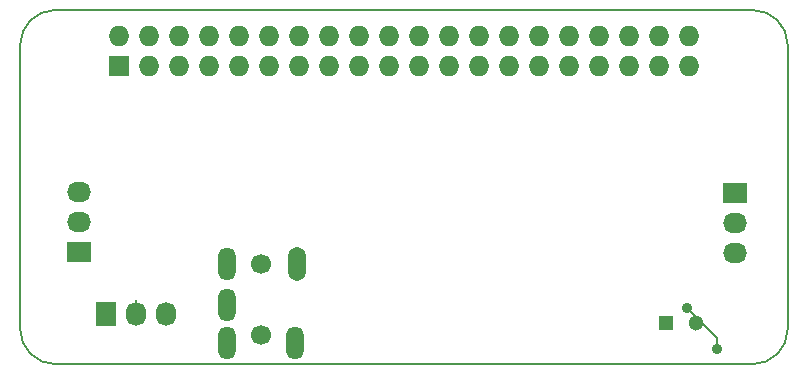
<source format=gtl>
G04 #@! TF.FileFunction,Copper,L1,Top,Signal*
%FSLAX45Y45*%
G04 Gerber Fmt 4.5, Leading zero omitted, Abs format (unit mm)*
G04 Created by KiCad (PCBNEW 4.0.6+dfsg1-1) date Thu Nov  9 14:23:44 2017*
%MOMM*%
%LPD*%
G01*
G04 APERTURE LIST*
%ADD10C,0.150000*%
%ADD11R,2.032000X1.727200*%
%ADD12O,2.032000X1.727200*%
%ADD13R,1.727200X1.727200*%
%ADD14O,1.727200X1.727200*%
%ADD15O,1.500000X2.800000*%
%ADD16O,1.500000X2.900000*%
%ADD17C,1.700000*%
%ADD18C,1.300000*%
%ADD19R,1.300000X1.300000*%
%ADD20R,1.727200X2.032000*%
%ADD21O,1.727200X2.032000*%
%ADD22C,0.889000*%
%ADD23C,0.200000*%
G04 APERTURE END LIST*
D10*
X16950000Y-12205000D02*
X16950000Y-12250000D01*
X16650000Y-12550000D02*
X16595000Y-12550000D01*
X16950000Y-12205000D02*
X16950000Y-12250000D01*
X16950000Y-9850000D02*
X16950000Y-12205000D01*
X10750000Y-12550000D02*
X16595000Y-12550000D01*
X10450000Y-11450000D02*
X10450000Y-12250000D01*
X10750000Y-9550000D02*
X16600000Y-9550000D01*
X10450000Y-11450000D02*
X10450000Y-9850000D01*
X10450000Y-12250000D02*
G75*
G03X10750000Y-12550000I300000J0D01*
G01*
X16650000Y-12550000D02*
G75*
G03X16950000Y-12250000I0J300000D01*
G01*
X16650000Y-9550000D02*
X16600000Y-9550000D01*
X16950000Y-9850000D02*
G75*
G03X16650000Y-9550000I-300000J0D01*
G01*
X10750000Y-9550000D02*
G75*
G03X10450000Y-9850000I0J-300000D01*
G01*
D11*
X16500000Y-11100000D03*
D12*
X16500000Y-11354000D03*
X16500000Y-11608000D03*
D13*
X11291188Y-10025942D03*
D14*
X11291188Y-9771942D03*
X11545188Y-10025942D03*
X11545188Y-9771942D03*
X11799188Y-10025942D03*
X11799188Y-9771942D03*
X12053188Y-10025942D03*
X12053188Y-9771942D03*
X12307188Y-10025942D03*
X12307188Y-9771942D03*
X12561188Y-10025942D03*
X12561188Y-9771942D03*
X12815188Y-10025942D03*
X12815188Y-9771942D03*
X13069188Y-10025942D03*
X13069188Y-9771942D03*
X13323188Y-10025942D03*
X13323188Y-9771942D03*
X13577188Y-10025942D03*
X13577188Y-9771942D03*
X13831188Y-10025942D03*
X13831188Y-9771942D03*
X14085188Y-10025942D03*
X14085188Y-9771942D03*
X14339188Y-10025942D03*
X14339188Y-9771942D03*
X14593188Y-10025942D03*
X14593188Y-9771942D03*
X14847188Y-10025942D03*
X14847188Y-9771942D03*
X15101188Y-10025942D03*
X15101188Y-9771942D03*
X15355188Y-10025942D03*
X15355188Y-9771942D03*
X15609188Y-10025942D03*
X15609188Y-9771942D03*
X15863188Y-10025942D03*
X15863188Y-9771942D03*
X16117188Y-10025942D03*
X16117188Y-9771942D03*
D15*
X12781188Y-12370942D03*
X12201188Y-12370942D03*
X12201188Y-12050942D03*
X12201188Y-11700942D03*
D16*
X12791188Y-11700942D03*
D17*
X12491188Y-12300942D03*
X12491188Y-11700942D03*
D18*
X16170000Y-12200000D03*
D19*
X15920000Y-12200000D03*
D11*
X10950000Y-11600000D03*
D12*
X10950000Y-11346000D03*
X10950000Y-11092000D03*
D20*
X11175000Y-12125000D03*
D21*
X11429000Y-12125000D03*
X11683000Y-12125000D03*
D22*
X16100000Y-12075000D03*
X16350000Y-12425000D03*
D23*
X16100000Y-12075000D02*
X16350000Y-12325000D01*
X16350000Y-12325000D02*
X16350000Y-12425000D01*
X11429000Y-12125000D02*
X11429000Y-12003400D01*
X11429000Y-12140240D02*
X11429000Y-12125000D01*
X11175000Y-12125000D02*
X11175000Y-12109760D01*
M02*

</source>
